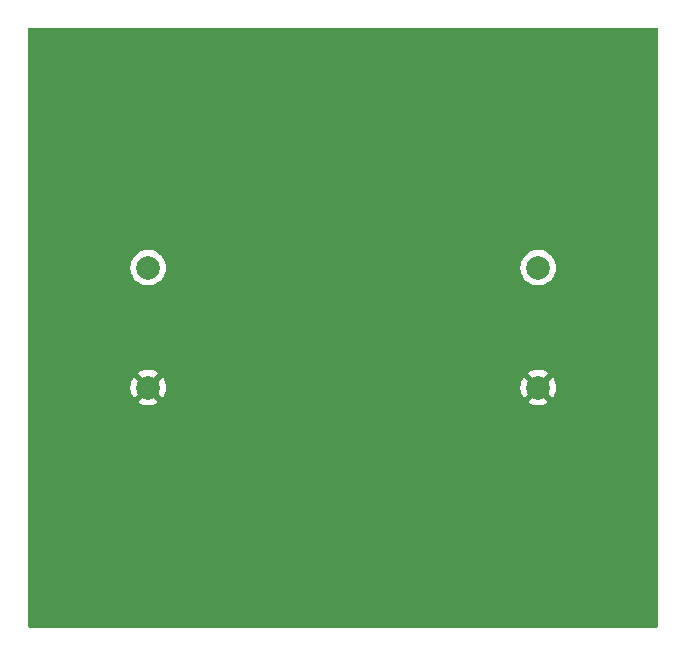
<source format=gbr>
%TF.GenerationSoftware,KiCad,Pcbnew,7.0.7*%
%TF.CreationDate,2023-08-26T22:59:01-07:00*%
%TF.ProjectId,CascadeOpAmp,43617363-6164-4654-9f70-416d702e6b69,rev?*%
%TF.SameCoordinates,Original*%
%TF.FileFunction,Copper,L2,Bot*%
%TF.FilePolarity,Positive*%
%FSLAX46Y46*%
G04 Gerber Fmt 4.6, Leading zero omitted, Abs format (unit mm)*
G04 Created by KiCad (PCBNEW 7.0.7) date 2023-08-26 22:59:01*
%MOMM*%
%LPD*%
G01*
G04 APERTURE LIST*
%TA.AperFunction,ComponentPad*%
%ADD10C,2.000000*%
%TD*%
G04 APERTURE END LIST*
D10*
%TO.P,Output2,1,1*%
%TO.N,GND*%
X152400000Y-99060000D03*
%TD*%
%TO.P,Output1,1,1*%
%TO.N,Net-(Output1-Pad1)*%
X152400000Y-88900000D03*
%TD*%
%TO.P,Input2,1,1*%
%TO.N,GND*%
X119380000Y-99060000D03*
%TD*%
%TO.P,Input1,1,1*%
%TO.N,Net-(U1A-+)*%
X119380000Y-88900000D03*
%TD*%
%TA.AperFunction,Conductor*%
%TO.N,GND*%
G36*
X162502539Y-68600185D02*
G01*
X162548294Y-68652989D01*
X162559500Y-68704500D01*
X162559500Y-119255500D01*
X162539815Y-119322539D01*
X162487011Y-119368294D01*
X162435500Y-119379500D01*
X109344500Y-119379500D01*
X109277461Y-119359815D01*
X109231706Y-119307011D01*
X109220500Y-119255500D01*
X109220500Y-99060005D01*
X117874858Y-99060005D01*
X117895385Y-99307729D01*
X117895387Y-99307738D01*
X117956412Y-99548717D01*
X118056266Y-99776364D01*
X118156564Y-99929882D01*
X118771050Y-99315395D01*
X118832373Y-99281910D01*
X118902064Y-99286894D01*
X118957998Y-99328765D01*
X118963039Y-99336025D01*
X118963048Y-99336039D01*
X118998239Y-99390798D01*
X119113602Y-99490759D01*
X119111293Y-99493422D01*
X119146006Y-99533499D01*
X119155935Y-99602660D01*
X119126898Y-99666210D01*
X119120882Y-99672669D01*
X118509942Y-100283609D01*
X118556768Y-100320055D01*
X118556770Y-100320056D01*
X118775385Y-100438364D01*
X118775396Y-100438369D01*
X119010506Y-100519083D01*
X119255707Y-100560000D01*
X119504293Y-100560000D01*
X119749493Y-100519083D01*
X119984603Y-100438369D01*
X119984614Y-100438364D01*
X120203228Y-100320057D01*
X120203231Y-100320055D01*
X120250056Y-100283609D01*
X119639116Y-99672669D01*
X119605631Y-99611346D01*
X119610615Y-99541654D01*
X119647641Y-99492193D01*
X119646398Y-99490759D01*
X119653100Y-99484952D01*
X119761761Y-99390798D01*
X119796954Y-99336037D01*
X119849755Y-99290283D01*
X119918914Y-99280339D01*
X119982470Y-99309363D01*
X119988949Y-99315396D01*
X120603434Y-99929882D01*
X120703731Y-99776369D01*
X120803587Y-99548717D01*
X120864612Y-99307738D01*
X120864614Y-99307729D01*
X120885141Y-99060005D01*
X150894859Y-99060005D01*
X150915385Y-99307729D01*
X150915387Y-99307738D01*
X150976412Y-99548717D01*
X151076266Y-99776364D01*
X151176564Y-99929882D01*
X151791050Y-99315395D01*
X151852373Y-99281910D01*
X151922064Y-99286894D01*
X151977998Y-99328765D01*
X151983039Y-99336025D01*
X151983048Y-99336039D01*
X152018239Y-99390798D01*
X152133602Y-99490759D01*
X152131293Y-99493422D01*
X152166006Y-99533499D01*
X152175935Y-99602660D01*
X152146898Y-99666210D01*
X152140882Y-99672669D01*
X151529942Y-100283609D01*
X151576768Y-100320055D01*
X151576770Y-100320056D01*
X151795385Y-100438364D01*
X151795396Y-100438369D01*
X152030506Y-100519083D01*
X152275707Y-100560000D01*
X152524293Y-100560000D01*
X152769493Y-100519083D01*
X153004603Y-100438369D01*
X153004614Y-100438364D01*
X153223228Y-100320057D01*
X153223231Y-100320055D01*
X153270056Y-100283609D01*
X152659116Y-99672669D01*
X152625631Y-99611346D01*
X152630615Y-99541654D01*
X152667641Y-99492193D01*
X152666398Y-99490759D01*
X152673100Y-99484952D01*
X152781761Y-99390798D01*
X152816954Y-99336037D01*
X152869755Y-99290283D01*
X152938914Y-99280339D01*
X153002470Y-99309363D01*
X153008949Y-99315396D01*
X153623434Y-99929882D01*
X153723731Y-99776369D01*
X153823587Y-99548717D01*
X153884612Y-99307738D01*
X153884614Y-99307729D01*
X153905141Y-99060005D01*
X153905141Y-99059994D01*
X153884614Y-98812270D01*
X153884612Y-98812261D01*
X153823587Y-98571282D01*
X153723731Y-98343630D01*
X153623434Y-98190116D01*
X153008949Y-98804602D01*
X152947626Y-98838087D01*
X152877934Y-98833103D01*
X152822001Y-98791231D01*
X152816953Y-98783961D01*
X152781761Y-98729202D01*
X152666398Y-98629241D01*
X152668698Y-98626585D01*
X152633960Y-98586428D01*
X152624074Y-98517261D01*
X152653152Y-98453729D01*
X152659116Y-98447329D01*
X153270056Y-97836389D01*
X153223229Y-97799943D01*
X153004614Y-97681635D01*
X153004603Y-97681630D01*
X152769493Y-97600916D01*
X152524293Y-97560000D01*
X152275707Y-97560000D01*
X152030506Y-97600916D01*
X151795396Y-97681630D01*
X151795390Y-97681632D01*
X151576761Y-97799949D01*
X151529942Y-97836388D01*
X151529942Y-97836390D01*
X152140883Y-98447330D01*
X152174368Y-98508653D01*
X152169384Y-98578344D01*
X152132358Y-98627805D01*
X152133602Y-98629241D01*
X152018238Y-98729202D01*
X151983046Y-98783962D01*
X151930242Y-98829717D01*
X151861083Y-98839660D01*
X151797528Y-98810634D01*
X151791050Y-98804603D01*
X151176564Y-98190116D01*
X151076267Y-98343632D01*
X150976412Y-98571282D01*
X150915387Y-98812261D01*
X150915385Y-98812270D01*
X150894859Y-99059994D01*
X150894859Y-99060005D01*
X120885141Y-99060005D01*
X120885141Y-99059994D01*
X120864614Y-98812270D01*
X120864612Y-98812261D01*
X120803587Y-98571282D01*
X120703731Y-98343630D01*
X120603434Y-98190116D01*
X119988949Y-98804602D01*
X119927626Y-98838087D01*
X119857934Y-98833103D01*
X119802001Y-98791231D01*
X119796953Y-98783961D01*
X119761761Y-98729202D01*
X119646398Y-98629241D01*
X119648698Y-98626585D01*
X119613960Y-98586428D01*
X119604074Y-98517261D01*
X119633152Y-98453729D01*
X119639116Y-98447329D01*
X120250056Y-97836389D01*
X120203229Y-97799943D01*
X119984614Y-97681635D01*
X119984603Y-97681630D01*
X119749493Y-97600916D01*
X119504293Y-97560000D01*
X119255707Y-97560000D01*
X119010506Y-97600916D01*
X118775396Y-97681630D01*
X118775390Y-97681632D01*
X118556761Y-97799949D01*
X118509942Y-97836388D01*
X118509942Y-97836390D01*
X119120883Y-98447330D01*
X119154368Y-98508653D01*
X119149384Y-98578344D01*
X119112358Y-98627805D01*
X119113602Y-98629241D01*
X118998238Y-98729202D01*
X118963046Y-98783962D01*
X118910242Y-98829717D01*
X118841083Y-98839660D01*
X118777528Y-98810634D01*
X118771050Y-98804603D01*
X118156564Y-98190116D01*
X118056267Y-98343632D01*
X117956412Y-98571282D01*
X117895387Y-98812261D01*
X117895385Y-98812270D01*
X117874858Y-99059994D01*
X117874858Y-99060005D01*
X109220500Y-99060005D01*
X109220500Y-88900005D01*
X117874357Y-88900005D01*
X117894890Y-89147812D01*
X117894892Y-89147824D01*
X117955936Y-89388881D01*
X118055826Y-89616606D01*
X118191833Y-89824782D01*
X118191836Y-89824785D01*
X118360256Y-90007738D01*
X118556491Y-90160474D01*
X118775190Y-90278828D01*
X119010386Y-90359571D01*
X119255665Y-90400500D01*
X119504335Y-90400500D01*
X119749614Y-90359571D01*
X119984810Y-90278828D01*
X120203509Y-90160474D01*
X120399744Y-90007738D01*
X120568164Y-89824785D01*
X120704173Y-89616607D01*
X120804063Y-89388881D01*
X120865108Y-89147821D01*
X120885643Y-88900005D01*
X150894357Y-88900005D01*
X150914890Y-89147812D01*
X150914892Y-89147824D01*
X150975936Y-89388881D01*
X151075826Y-89616606D01*
X151211833Y-89824782D01*
X151211836Y-89824785D01*
X151380256Y-90007738D01*
X151576491Y-90160474D01*
X151795190Y-90278828D01*
X152030386Y-90359571D01*
X152275665Y-90400500D01*
X152524335Y-90400500D01*
X152769614Y-90359571D01*
X153004810Y-90278828D01*
X153223509Y-90160474D01*
X153419744Y-90007738D01*
X153588164Y-89824785D01*
X153724173Y-89616607D01*
X153824063Y-89388881D01*
X153885108Y-89147821D01*
X153905643Y-88900000D01*
X153885108Y-88652179D01*
X153824063Y-88411119D01*
X153724173Y-88183393D01*
X153724173Y-88183392D01*
X153588166Y-87975217D01*
X153566557Y-87951744D01*
X153419744Y-87792262D01*
X153223509Y-87639526D01*
X153223507Y-87639525D01*
X153223506Y-87639524D01*
X153004811Y-87521172D01*
X153004802Y-87521169D01*
X152769616Y-87440429D01*
X152524335Y-87399500D01*
X152275665Y-87399500D01*
X152030383Y-87440429D01*
X151795197Y-87521169D01*
X151795188Y-87521172D01*
X151576493Y-87639524D01*
X151380257Y-87792261D01*
X151211833Y-87975217D01*
X151075826Y-88183393D01*
X150975936Y-88411118D01*
X150914892Y-88652175D01*
X150914890Y-88652187D01*
X150894357Y-88899994D01*
X150894357Y-88900005D01*
X120885643Y-88900005D01*
X120885643Y-88900000D01*
X120865108Y-88652179D01*
X120804063Y-88411119D01*
X120704173Y-88183393D01*
X120704173Y-88183392D01*
X120568166Y-87975217D01*
X120546557Y-87951744D01*
X120399744Y-87792262D01*
X120203509Y-87639526D01*
X120203507Y-87639525D01*
X120203506Y-87639524D01*
X119984811Y-87521172D01*
X119984802Y-87521169D01*
X119749616Y-87440429D01*
X119504335Y-87399500D01*
X119255665Y-87399500D01*
X119010383Y-87440429D01*
X118775197Y-87521169D01*
X118775188Y-87521172D01*
X118556493Y-87639524D01*
X118360257Y-87792261D01*
X118191833Y-87975217D01*
X118055826Y-88183393D01*
X117955936Y-88411118D01*
X117894892Y-88652175D01*
X117894890Y-88652187D01*
X117874357Y-88899994D01*
X117874357Y-88900005D01*
X109220500Y-88900005D01*
X109220500Y-68704500D01*
X109240185Y-68637461D01*
X109292989Y-68591706D01*
X109344500Y-68580500D01*
X162435500Y-68580500D01*
X162502539Y-68600185D01*
G37*
%TD.AperFunction*%
%TD*%
M02*

</source>
